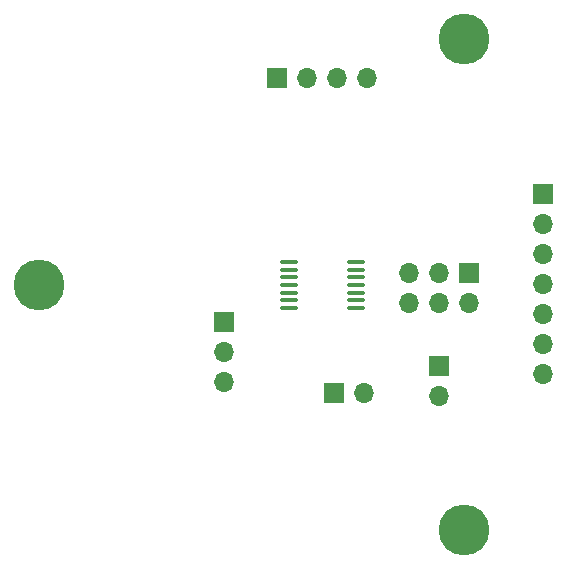
<source format=gbr>
%TF.GenerationSoftware,KiCad,Pcbnew,(6.0.7-1)-1*%
%TF.CreationDate,2022-12-23T14:46:04-05:00*%
%TF.ProjectId,atmega328,61746d65-6761-4333-9238-2e6b69636164,rev?*%
%TF.SameCoordinates,Original*%
%TF.FileFunction,Soldermask,Bot*%
%TF.FilePolarity,Negative*%
%FSLAX46Y46*%
G04 Gerber Fmt 4.6, Leading zero omitted, Abs format (unit mm)*
G04 Created by KiCad (PCBNEW (6.0.7-1)-1) date 2022-12-23 14:46:04*
%MOMM*%
%LPD*%
G01*
G04 APERTURE LIST*
G04 Aperture macros list*
%AMRoundRect*
0 Rectangle with rounded corners*
0 $1 Rounding radius*
0 $2 $3 $4 $5 $6 $7 $8 $9 X,Y pos of 4 corners*
0 Add a 4 corners polygon primitive as box body*
4,1,4,$2,$3,$4,$5,$6,$7,$8,$9,$2,$3,0*
0 Add four circle primitives for the rounded corners*
1,1,$1+$1,$2,$3*
1,1,$1+$1,$4,$5*
1,1,$1+$1,$6,$7*
1,1,$1+$1,$8,$9*
0 Add four rect primitives between the rounded corners*
20,1,$1+$1,$2,$3,$4,$5,0*
20,1,$1+$1,$4,$5,$6,$7,0*
20,1,$1+$1,$6,$7,$8,$9,0*
20,1,$1+$1,$8,$9,$2,$3,0*%
G04 Aperture macros list end*
%ADD10R,1.700000X1.700000*%
%ADD11O,1.700000X1.700000*%
%ADD12C,4.300000*%
%ADD13RoundRect,0.100000X0.637500X0.100000X-0.637500X0.100000X-0.637500X-0.100000X0.637500X-0.100000X0*%
G04 APERTURE END LIST*
D10*
%TO.C,ISP1*%
X157230000Y-103520000D03*
D11*
X157230000Y-106060000D03*
X154690000Y-103520000D03*
X154690000Y-106060000D03*
X152150000Y-103520000D03*
X152150000Y-106060000D03*
%TD*%
D12*
%TO.C,REF\u002A\u002A*%
X156840000Y-125320000D03*
%TD*%
D10*
%TO.C,J3*%
X154750000Y-111390000D03*
D11*
X154750000Y-113930000D03*
%TD*%
D10*
%TO.C,J5*%
X145800000Y-113700000D03*
D11*
X148340000Y-113700000D03*
%TD*%
D10*
%TO.C,J2*%
X141040000Y-87005000D03*
D11*
X143580000Y-87005000D03*
X146120000Y-87005000D03*
X148660000Y-87005000D03*
%TD*%
D10*
%TO.C,J4*%
X136500000Y-107700000D03*
D11*
X136500000Y-110240000D03*
X136500000Y-112780000D03*
%TD*%
D12*
%TO.C,REF\u002A\u002A*%
X156850000Y-83750000D03*
%TD*%
D10*
%TO.C,J1*%
X163555000Y-96835000D03*
D11*
X163555000Y-99375000D03*
X163555000Y-101915000D03*
X163555000Y-104455000D03*
X163555000Y-106995000D03*
X163555000Y-109535000D03*
X163555000Y-112075000D03*
%TD*%
D12*
%TO.C,REF\u002A\u002A*%
X120850000Y-104560000D03*
%TD*%
D13*
%TO.C,U2*%
X147712500Y-102630000D03*
X147712500Y-103280000D03*
X147712500Y-103930000D03*
X147712500Y-104580000D03*
X147712500Y-105230000D03*
X147712500Y-105880000D03*
X147712500Y-106530000D03*
X141987500Y-106530000D03*
X141987500Y-105880000D03*
X141987500Y-105230000D03*
X141987500Y-104580000D03*
X141987500Y-103930000D03*
X141987500Y-103280000D03*
X141987500Y-102630000D03*
%TD*%
M02*

</source>
